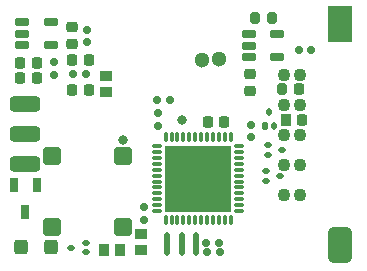
<source format=gts>
G04 Layer_Color=8388736*
%FSLAX25Y25*%
%MOIN*%
G70*
G01*
G75*
%ADD44C,0.03150*%
G04:AMPARAMS|DCode=60|XSize=23.62mil|YSize=27.56mil|CornerRadius=6.89mil|HoleSize=0mil|Usage=FLASHONLY|Rotation=270.000|XOffset=0mil|YOffset=0mil|HoleType=Round|Shape=RoundedRectangle|*
%AMROUNDEDRECTD60*
21,1,0.02362,0.01378,0,0,270.0*
21,1,0.00984,0.02756,0,0,270.0*
1,1,0.01378,-0.00689,-0.00492*
1,1,0.01378,-0.00689,0.00492*
1,1,0.01378,0.00689,0.00492*
1,1,0.01378,0.00689,-0.00492*
%
%ADD60ROUNDEDRECTD60*%
G04:AMPARAMS|DCode=61|XSize=23.62mil|YSize=27.56mil|CornerRadius=6.89mil|HoleSize=0mil|Usage=FLASHONLY|Rotation=180.000|XOffset=0mil|YOffset=0mil|HoleType=Round|Shape=RoundedRectangle|*
%AMROUNDEDRECTD61*
21,1,0.02362,0.01378,0,0,180.0*
21,1,0.00984,0.02756,0,0,180.0*
1,1,0.01378,-0.00492,0.00689*
1,1,0.01378,0.00492,0.00689*
1,1,0.01378,0.00492,-0.00689*
1,1,0.01378,-0.00492,-0.00689*
%
%ADD61ROUNDEDRECTD61*%
%ADD62R,0.03543X0.03937*%
%ADD63R,0.03937X0.03543*%
%ADD64R,0.02559X0.04724*%
%ADD65R,0.08268X0.12205*%
G04:AMPARAMS|DCode=66|XSize=122.05mil|YSize=82.68mil|CornerRadius=21.65mil|HoleSize=0mil|Usage=FLASHONLY|Rotation=270.000|XOffset=0mil|YOffset=0mil|HoleType=Round|Shape=RoundedRectangle|*
%AMROUNDEDRECTD66*
21,1,0.12205,0.03937,0,0,270.0*
21,1,0.07874,0.08268,0,0,270.0*
1,1,0.04331,-0.01969,-0.03937*
1,1,0.04331,-0.01969,0.03937*
1,1,0.04331,0.01969,0.03937*
1,1,0.04331,0.01969,-0.03937*
%
%ADD66ROUNDEDRECTD66*%
G04:AMPARAMS|DCode=67|XSize=102.36mil|YSize=51.18mil|CornerRadius=13.78mil|HoleSize=0mil|Usage=FLASHONLY|Rotation=180.000|XOffset=0mil|YOffset=0mil|HoleType=Round|Shape=RoundedRectangle|*
%AMROUNDEDRECTD67*
21,1,0.10236,0.02362,0,0,180.0*
21,1,0.07480,0.05118,0,0,180.0*
1,1,0.02756,-0.03740,0.01181*
1,1,0.02756,0.03740,0.01181*
1,1,0.02756,0.03740,-0.01181*
1,1,0.02756,-0.03740,-0.01181*
%
%ADD67ROUNDEDRECTD67*%
G04:AMPARAMS|DCode=68|XSize=39.37mil|YSize=35.43mil|CornerRadius=9.84mil|HoleSize=0mil|Usage=FLASHONLY|Rotation=270.000|XOffset=0mil|YOffset=0mil|HoleType=Round|Shape=RoundedRectangle|*
%AMROUNDEDRECTD68*
21,1,0.03937,0.01575,0,0,270.0*
21,1,0.01969,0.03543,0,0,270.0*
1,1,0.01969,-0.00787,-0.00984*
1,1,0.01969,-0.00787,0.00984*
1,1,0.01969,0.00787,0.00984*
1,1,0.01969,0.00787,-0.00984*
%
%ADD68ROUNDEDRECTD68*%
G04:AMPARAMS|DCode=69|XSize=29.53mil|YSize=47.24mil|CornerRadius=8.37mil|HoleSize=0mil|Usage=FLASHONLY|Rotation=90.000|XOffset=0mil|YOffset=0mil|HoleType=Round|Shape=RoundedRectangle|*
%AMROUNDEDRECTD69*
21,1,0.02953,0.03051,0,0,90.0*
21,1,0.01280,0.04724,0,0,90.0*
1,1,0.01673,0.01526,0.00640*
1,1,0.01673,0.01526,-0.00640*
1,1,0.01673,-0.01526,-0.00640*
1,1,0.01673,-0.01526,0.00640*
%
%ADD69ROUNDEDRECTD69*%
G04:AMPARAMS|DCode=70|XSize=39.37mil|YSize=35.43mil|CornerRadius=9.84mil|HoleSize=0mil|Usage=FLASHONLY|Rotation=0.000|XOffset=0mil|YOffset=0mil|HoleType=Round|Shape=RoundedRectangle|*
%AMROUNDEDRECTD70*
21,1,0.03937,0.01575,0,0,0.0*
21,1,0.01969,0.03543,0,0,0.0*
1,1,0.01969,0.00984,-0.00787*
1,1,0.01969,-0.00984,-0.00787*
1,1,0.01969,-0.00984,0.00787*
1,1,0.01969,0.00984,0.00787*
%
%ADD70ROUNDEDRECTD70*%
G04:AMPARAMS|DCode=71|XSize=62.99mil|YSize=62.99mil|CornerRadius=16.73mil|HoleSize=0mil|Usage=FLASHONLY|Rotation=180.000|XOffset=0mil|YOffset=0mil|HoleType=Round|Shape=RoundedRectangle|*
%AMROUNDEDRECTD71*
21,1,0.06299,0.02953,0,0,180.0*
21,1,0.02953,0.06299,0,0,180.0*
1,1,0.03347,-0.01476,0.01476*
1,1,0.03347,0.01476,0.01476*
1,1,0.03347,0.01476,-0.01476*
1,1,0.03347,-0.01476,-0.01476*
%
%ADD71ROUNDEDRECTD71*%
G04:AMPARAMS|DCode=72|XSize=19.69mil|YSize=78.74mil|CornerRadius=5.91mil|HoleSize=0mil|Usage=FLASHONLY|Rotation=180.000|XOffset=0mil|YOffset=0mil|HoleType=Round|Shape=RoundedRectangle|*
%AMROUNDEDRECTD72*
21,1,0.01969,0.06693,0,0,180.0*
21,1,0.00787,0.07874,0,0,180.0*
1,1,0.01181,-0.00394,0.03347*
1,1,0.01181,0.00394,0.03347*
1,1,0.01181,0.00394,-0.03347*
1,1,0.01181,-0.00394,-0.03347*
%
%ADD72ROUNDEDRECTD72*%
G04:AMPARAMS|DCode=73|XSize=17.72mil|YSize=25.59mil|CornerRadius=5.41mil|HoleSize=0mil|Usage=FLASHONLY|Rotation=90.000|XOffset=0mil|YOffset=0mil|HoleType=Round|Shape=RoundedRectangle|*
%AMROUNDEDRECTD73*
21,1,0.01772,0.01476,0,0,90.0*
21,1,0.00689,0.02559,0,0,90.0*
1,1,0.01083,0.00738,0.00345*
1,1,0.01083,0.00738,-0.00345*
1,1,0.01083,-0.00738,-0.00345*
1,1,0.01083,-0.00738,0.00345*
%
%ADD73ROUNDEDRECTD73*%
G04:AMPARAMS|DCode=74|XSize=17.72mil|YSize=25.59mil|CornerRadius=5.41mil|HoleSize=0mil|Usage=FLASHONLY|Rotation=180.000|XOffset=0mil|YOffset=0mil|HoleType=Round|Shape=RoundedRectangle|*
%AMROUNDEDRECTD74*
21,1,0.01772,0.01476,0,0,180.0*
21,1,0.00689,0.02559,0,0,180.0*
1,1,0.01083,-0.00345,0.00738*
1,1,0.01083,0.00345,0.00738*
1,1,0.01083,0.00345,-0.00738*
1,1,0.01083,-0.00345,-0.00738*
%
%ADD74ROUNDEDRECTD74*%
G04:AMPARAMS|DCode=75|XSize=17.72mil|YSize=25.59mil|CornerRadius=0mil|HoleSize=0mil|Usage=FLASHONLY|Rotation=180.000|XOffset=0mil|YOffset=0mil|HoleType=Round|Shape=Octagon|*
%AMOCTAGOND75*
4,1,8,0.00443,-0.01280,-0.00443,-0.01280,-0.00886,-0.00837,-0.00886,0.00837,-0.00443,0.01280,0.00443,0.01280,0.00886,0.00837,0.00886,-0.00837,0.00443,-0.01280,0.0*
%
%ADD75OCTAGOND75*%

G04:AMPARAMS|DCode=76|XSize=39.37mil|YSize=35.43mil|CornerRadius=0mil|HoleSize=0mil|Usage=FLASHONLY|Rotation=90.000|XOffset=0mil|YOffset=0mil|HoleType=Round|Shape=Octagon|*
%AMOCTAGOND76*
4,1,8,0.00886,0.01969,-0.00886,0.01969,-0.01772,0.01083,-0.01772,-0.01083,-0.00886,-0.01969,0.00886,-0.01969,0.01772,-0.01083,0.01772,0.01083,0.00886,0.01969,0.0*
%
%ADD76OCTAGOND76*%

%ADD77R,0.22441X0.22441*%
%ADD78O,0.03740X0.01378*%
%ADD79O,0.01378X0.03740*%
G04:AMPARAMS|DCode=80|XSize=48.94mil|YSize=48.94mil|CornerRadius=13.22mil|HoleSize=0mil|Usage=FLASHONLY|Rotation=90.000|XOffset=0mil|YOffset=0mil|HoleType=Round|Shape=RoundedRectangle|*
%AMROUNDEDRECTD80*
21,1,0.04894,0.02250,0,0,90.0*
21,1,0.02250,0.04894,0,0,90.0*
1,1,0.02644,0.01125,0.01125*
1,1,0.02644,0.01125,-0.01125*
1,1,0.02644,-0.01125,-0.01125*
1,1,0.02644,-0.01125,0.01125*
%
%ADD80ROUNDEDRECTD80*%
G04:AMPARAMS|DCode=81|XSize=39.37mil|YSize=31.5mil|CornerRadius=8.86mil|HoleSize=0mil|Usage=FLASHONLY|Rotation=90.000|XOffset=0mil|YOffset=0mil|HoleType=Round|Shape=RoundedRectangle|*
%AMROUNDEDRECTD81*
21,1,0.03937,0.01378,0,0,90.0*
21,1,0.02165,0.03150,0,0,90.0*
1,1,0.01772,0.00689,0.01083*
1,1,0.01772,0.00689,-0.01083*
1,1,0.01772,-0.00689,-0.01083*
1,1,0.01772,-0.00689,0.01083*
%
%ADD81ROUNDEDRECTD81*%
%ADD82C,0.05118*%
%ADD83C,0.04331*%
D44*
X38583Y42028D02*
D03*
X58268Y48524D02*
D03*
D60*
X26457Y63878D02*
D03*
X22165D02*
D03*
X66654Y4528D02*
D03*
X70945D02*
D03*
X66555Y7677D02*
D03*
X70846D02*
D03*
X54508Y55216D02*
D03*
X50217D02*
D03*
X101555Y71850D02*
D03*
X97264D02*
D03*
D61*
X26575Y74528D02*
D03*
Y78819D02*
D03*
X15650Y63701D02*
D03*
Y67992D02*
D03*
X81398Y42835D02*
D03*
Y47126D02*
D03*
X50394Y51063D02*
D03*
Y46772D02*
D03*
X45768Y19665D02*
D03*
Y15374D02*
D03*
D62*
X32276Y5307D02*
D03*
X37787D02*
D03*
X93012Y48524D02*
D03*
D63*
X33206Y63448D02*
D03*
Y57936D02*
D03*
X44783Y5217D02*
D03*
Y10728D02*
D03*
D64*
X9941Y27047D02*
D03*
X2461Y26850D02*
D03*
X6201Y18150D02*
D03*
D65*
X110925Y80512D02*
D03*
D66*
Y6890D02*
D03*
D67*
X5906Y33848D02*
D03*
Y43848D02*
D03*
Y53848D02*
D03*
D68*
X21752Y58661D02*
D03*
X27264D02*
D03*
X10039Y62598D02*
D03*
X4528D02*
D03*
X10039Y67716D02*
D03*
X4528D02*
D03*
X27264Y68504D02*
D03*
X21752D02*
D03*
X97342Y58957D02*
D03*
X72441Y47933D02*
D03*
X66929D02*
D03*
X98524Y48524D02*
D03*
D69*
X14665Y81201D02*
D03*
Y73721D02*
D03*
X5217D02*
D03*
Y77461D02*
D03*
Y81201D02*
D03*
X90059Y77165D02*
D03*
Y69685D02*
D03*
X80610D02*
D03*
Y73425D02*
D03*
Y77165D02*
D03*
D70*
X21752Y74016D02*
D03*
Y79527D02*
D03*
X80905Y58465D02*
D03*
Y63976D02*
D03*
D71*
X38583Y13091D02*
D03*
X14961D02*
D03*
X38583Y36713D02*
D03*
X14961D02*
D03*
D72*
X53543Y7382D02*
D03*
X58268D02*
D03*
X62992D02*
D03*
D73*
X91142Y30020D02*
D03*
X86417Y28445D02*
D03*
Y31594D02*
D03*
X91634Y38681D02*
D03*
X86910Y37106D02*
D03*
Y40256D02*
D03*
X21555Y6102D02*
D03*
X26280Y7677D02*
D03*
Y4528D02*
D03*
D74*
X87500Y51279D02*
D03*
X89075Y46555D02*
D03*
D75*
X85925D02*
D03*
D76*
X91831Y58957D02*
D03*
D77*
X63779Y29134D02*
D03*
D78*
X50000Y18307D02*
D03*
Y20276D02*
D03*
Y22244D02*
D03*
Y24213D02*
D03*
Y26181D02*
D03*
Y28150D02*
D03*
Y30118D02*
D03*
Y32087D02*
D03*
Y34055D02*
D03*
Y36024D02*
D03*
Y37992D02*
D03*
Y39961D02*
D03*
X77559D02*
D03*
Y37992D02*
D03*
Y36024D02*
D03*
Y34055D02*
D03*
Y32087D02*
D03*
Y30118D02*
D03*
Y28150D02*
D03*
Y26181D02*
D03*
Y24213D02*
D03*
Y22244D02*
D03*
Y20276D02*
D03*
Y18307D02*
D03*
D79*
X52953Y42913D02*
D03*
X54921D02*
D03*
X56890D02*
D03*
X58858D02*
D03*
X60827D02*
D03*
X62795D02*
D03*
X64764D02*
D03*
X66732D02*
D03*
X68701D02*
D03*
X70669D02*
D03*
X72638D02*
D03*
X74606D02*
D03*
Y15354D02*
D03*
X72638D02*
D03*
X70669D02*
D03*
X68701D02*
D03*
X66732D02*
D03*
X64764D02*
D03*
X62795D02*
D03*
X60827D02*
D03*
X58858D02*
D03*
X56890D02*
D03*
X54921D02*
D03*
X52953D02*
D03*
D80*
X4724Y6201D02*
D03*
X14724D02*
D03*
D81*
X88484Y82579D02*
D03*
X82579D02*
D03*
D82*
X65158Y68602D02*
D03*
X70866Y68898D02*
D03*
D83*
X97583Y43657D02*
D03*
Y53657D02*
D03*
Y33658D02*
D03*
Y63657D02*
D03*
Y23658D02*
D03*
X92246D02*
D03*
Y33658D02*
D03*
Y43657D02*
D03*
Y53657D02*
D03*
Y63657D02*
D03*
M02*

</source>
